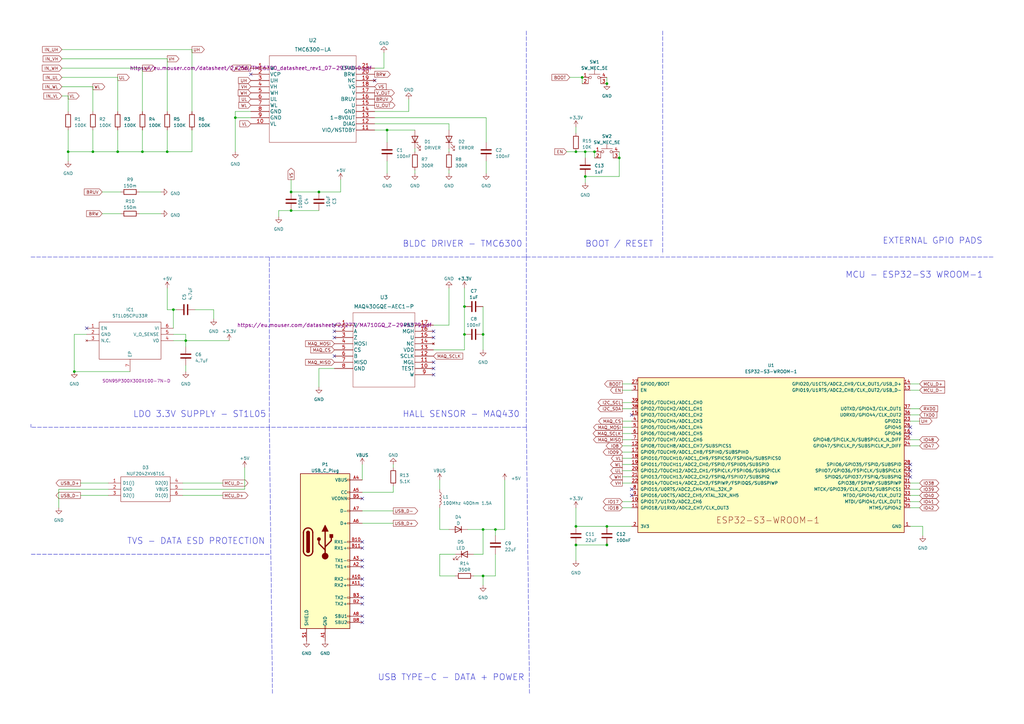
<source format=kicad_sch>
(kicad_sch (version 20230121) (generator eeschema)
  (paper "A3")
  (title_block (title "NanoFOC Dev Board Rev B") (rev "B") (company "Binaris"))
  (lib_symbols
    (symbol "2023-02-16_10-32-27:TMC6300-LA" (pin_names (offset 0.254))
      (property "Reference" "U" (at 25.4 10.16 0))
      (property "Value" "TMC6300-LA" (at 25.4 7.62 0))
      (symbol "TMC6300-LA_1_1"
        (pin unspecified line (at 0 0 0) (length 7.62) (name "W") (number "1"))
        (pin power_in line (at 0 -22.86 0) (length 7.62) (name "VL") (number "10"))
        (pin unspecified line (at 50.8 -25.4 180) (length 7.62) (name "VIO/NSTDBY") (number "11"))
        (pin unspecified line (at 50.8 -22.86 180) (length 7.62) (name "DIAG") (number "12"))
        (pin output line (at 50.8 -20.32 180) (length 7.62) (name "1-8VOUT") (number "13"))
        (pin power_in line (at 50.8 -17.78 180) (length 7.62) (name "GND") (number "14"))
        (pin unspecified line (at 50.8 -15.24 180) (length 7.62) (name "U") (number "15"))
        (pin unspecified line (at 50.8 -12.7 180) (length 7.62) (name "BRUV") (number "16"))
        (pin power_in line (at 50.8 -10.16 180) (length 7.62) (name "V") (number "17"))
        (pin power_in line (at 50.8 -7.62 180) (length 7.62) (name "VS") (number "18"))
        (pin no_connect line (at 50.8 -5.08 180) (length 7.62) (name "NC") (number "19"))
        (pin unspecified line (at 0 -2.54 0) (length 7.62) (name "VCP") (number "2"))
        (pin unspecified line (at 50.8 -2.54 180) (length 7.62) (name "BRW") (number "20"))
        (pin unspecified line (at 50.8 0 180) (length 7.62) (name "EPAD") (number "21"))
        (pin unspecified line (at 0 -5.08 0) (length 7.62) (name "UH") (number "3"))
        (pin unspecified line (at 0 -7.62 0) (length 7.62) (name "VH") (number "4"))
        (pin unspecified line (at 0 -10.16 0) (length 7.62) (name "WH") (number "5"))
        (pin unspecified line (at 0 -12.7 0) (length 7.62) (name "UL") (number "6"))
        (pin unspecified line (at 0 -15.24 0) (length 7.62) (name "WL") (number "7"))
        (pin power_in line (at 0 -17.78 0) (length 7.62) (name "GND") (number "8"))
        (pin power_in line (at 0 -20.32 0) (length 7.62) (name "GND") (number "9"))
      )
    )
    (symbol "2023-02-16_10-34-27:MAQ430GQE-AEC1-P" (pin_names (offset 0.254))
      (property "Reference" "U" (at 20.32 10.16 0))
      (property "Value" "MAQ430GQE-AEC1-P" (at 20.32 7.62 0))
      (symbol "MAQ430GQE-AEC1-P_1_1"
        (pin output line (at 0 0 0) (length 7.62) (name "V") (number "1"))
        (pin unspecified line (at 40.64 -17.78 180) (length 7.62) (name "TEST") (number "10"))
        (pin output line (at 40.64 -15.24 180) (length 7.62) (name "MGL") (number "11"))
        (pin unspecified line (at 40.64 -12.7 180) (length 7.62) (name "SCLK") (number "12"))
        (pin power_in line (at 40.64 -10.16 180) (length 7.62) (name "VDD") (number "13"))
        (pin no_connect line (at 40.64 -7.62 180) (length 7.62) (name "NC") (number "14"))
        (pin output line (at 40.64 -5.08 180) (length 7.62) (name "U") (number "15"))
        (pin output line (at 40.64 -2.54 180) (length 7.62) (name "MGH") (number "16"))
        (pin power_in line (at 40.64 0 180) (length 7.62) (name "PAD") (number "17"))
        (pin output line (at 0 -2.54 0) (length 7.62) (name "A") (number "2"))
        (pin output line (at 0 -5.08 0) (length 7.62) (name "Z") (number "3"))
        (pin input line (at 0 -7.62 0) (length 7.62) (name "MOSI") (number "4"))
        (pin unspecified line (at 0 -10.16 0) (length 7.62) (name "CS") (number "5"))
        (pin output line (at 0 -12.7 0) (length 7.62) (name "B") (number "6"))
        (pin output line (at 0 -15.24 0) (length 7.62) (name "MISO") (number "7"))
        (pin power_in line (at 0 -17.78 0) (length 7.62) (name "GND") (number "8"))
        (pin output line (at 40.64 -20.32 180) (length 7.62) (name "W") (number "9"))
      )
    )
    (symbol "Connector:USB_C_Plug" (pin_names (offset 1.016))
      (property "Reference" "P" (at -10.16 29.21 0))
      (property "Value" "USB_C_Plug" (at 10.16 29.21 0))
      (symbol "USB_C_Plug_1_1"
        (pin passive line (at 0 -40.64 90) (length 5.08) (name "GND") (number "A1"))
        (pin bidirectional line (at 15.24 -15.24 180) (length 5.08) (name "RX2-") (number "A10"))
        (pin bidirectional line (at 15.24 -17.78 180) (length 5.08) (name "RX2+") (number "A11"))
        (pin passive line (at 0 -40.64 90) (length 5.08) hide (name "GND") (number "A12"))
        (pin bidirectional line (at 15.24 -10.16 180) (length 5.08) (name "TX1+") (number "A2"))
        (pin bidirectional line (at 15.24 -7.62 180) (length 5.08) (name "TX1-") (number "A3"))
        (pin passive line (at 15.24 25.4 180) (length 5.08) (name "VBUS") (number "A4"))
        (pin bidirectional line (at 15.24 20.32 180) (length 5.08) (name "CC") (number "A5"))
        (pin bidirectional line (at 15.24 7.62 180) (length 5.08) (name "D+") (number "A6"))
        (pin bidirectional line (at 15.24 12.7 180) (length 5.08) (name "D-") (number "A7"))
        (pin bidirectional line (at 15.24 -30.48 180) (length 5.08) (name "SBU1") (number "A8"))
        (pin passive line (at 15.24 25.4 180) (length 5.08) hide (name "VBUS") (number "A9"))
        (pin passive line (at 0 -40.64 90) (length 5.08) hide (name "GND") (number "B1"))
        (pin bidirectional line (at 15.24 0 180) (length 5.08) (name "RX1-") (number "B10"))
        (pin bidirectional line (at 15.24 -2.54 180) (length 5.08) (name "RX1+") (number "B11"))
        (pin passive line (at 0 -40.64 90) (length 5.08) hide (name "GND") (number "B12"))
        (pin bidirectional line (at 15.24 -25.4 180) (length 5.08) (name "TX2+") (number "B2"))
        (pin bidirectional line (at 15.24 -22.86 180) (length 5.08) (name "TX2-") (number "B3"))
        (pin passive line (at 15.24 25.4 180) (length 5.08) hide (name "VBUS") (number "B4"))
        (pin bidirectional line (at 15.24 17.78 180) (length 5.08) (name "VCONN") (number "B5"))
        (pin bidirectional line (at 15.24 -33.02 180) (length 5.08) (name "SBU2") (number "B8"))
        (pin passive line (at 15.24 25.4 180) (length 5.08) hide (name "VBUS") (number "B9"))
        (pin passive line (at -7.62 -40.64 90) (length 5.08) (name "SHIELD") (number "S1"))
      )
    )
    (symbol "Device:C" (pin_numbers hide) (pin_names (offset 0.254))
      (property "Reference" "C" (at 0.635 2.54 0))
      (property "Value" "C" (at 0.635 -2.54 0))
      (symbol "C_1_1"
        (pin passive line (at 0 3.81 270) (length 2.794) (name "~") (number "1"))
        (pin passive line (at 0 -3.81 90) (length 2.794) (name "~") (number "2"))
      )
    )
    (symbol "Device:D" (pin_numbers hide) (pin_names (offset 1.016) hide)
      (property "Reference" "D" (at 0 2.54 0))
      (property "Value" "D" (at 0 -2.54 0))
      (symbol "D_1_1"
        (pin passive line (at -3.81 0 0) (length 2.54) (name "K") (number "1"))
        (pin passive line (at 3.81 0 180) (length 2.54) (name "A") (number "2"))
      )
    )
    (symbol "Device:L" (pin_numbers hide) (pin_names (offset 1.016) hide)
      (property "Reference" "L" (at -1.27 0 90))
      (property "Value" "L" (at 1.905 0 90))
      (symbol "L_1_1"
        (pin passive line (at 0 3.81 270) (length 1.27) (name "1") (number "1"))
        (pin passive line (at 0 -3.81 90) (length 1.27) (name "2") (number "2"))
      )
    )
    (symbol "Device:LED" (pin_numbers hide) (pin_names (offset 1.016) hide)
      (property "Reference" "D" (at 0 2.54 0))
      (property "Value" "LED" (at 0 -2.54 0))
      (symbol "LED_1_1"
        (pin passive line (at -3.81 0 0) (length 2.54) (name "K") (number "1"))
        (pin passive line (at 3.81 0 180) (length 2.54) (name "A") (number "2"))
      )
    )
    (symbol "Device:R" (pin_numbers hide) (pin_names (offset 0))
      (property "Reference" "R" (at 2.032 0 90))
      (property "Value" "R" (at 0 0 90))
      (symbol "R_1_1"
        (pin passive line (at 0 3.81 270) (length 1.27) (name "~") (number "1"))
        (pin passive line (at 0 -3.81 90) (length 1.27) (name "~") (number "2"))
      )
    )
    (symbol "Espressif:ESP32-S3-WROOM-1" (pin_names (offset 1.016))
      (property "Reference" "U" (at -53.34 38.1 0))
      (property "Value" "ESP32-S3-WROOM-1" (at -53.34 35.56 0))
      (symbol "ESP32-S3-WROOM-1_0_0"
        (text "ESP32-S3-WROOM-1" (at 0 -25.4 0) (effects (font (size 2.54 2.54))))
        (pin power_in line (at 58.42 -27.94 180) (length 2.54) (name "GND") (number "1"))
        (pin bidirectional line (at -55.88 -17.78 0) (length 2.54) (name "GPIO17/U1TXD/ADC2_CH6") (number "10"))
        (pin bidirectional line (at -55.88 -20.32 0) (length 2.54) (name "GPIO18/U1RXD/ADC2_CH7/CLK_OUT3") (number "11"))
        (pin bidirectional line (at -55.88 5.08 0) (length 2.54) (name "GPIO8/TOUCH8/ADC1_CH7/SUBSPICS1") (number "12"))
        (pin bidirectional line (at 58.42 27.94 180) (length 2.54) (name "GPIO19/U1RTS/ADC2_CH8/CLK_OUT2/USB_D-") (number "13"))
        (pin bidirectional line (at 58.42 30.48 180) (length 2.54) (name "GPIO20/U1CTS/ADC2_CH9/CLK_OUT1/USB_D+") (number "14"))
        (pin bidirectional line (at -55.88 17.78 0) (length 2.54) (name "GPIO3/TOUCH3/ADC1_CH2") (number "15"))
        (pin bidirectional line (at 58.42 10.16 180) (length 2.54) (name "GPIO46") (number "16"))
        (pin bidirectional line (at -55.88 2.54 0) (length 2.54) (name "GPIO9/TOUCH9/ADC1_CH8/FSPIHD/SUBSPIHD") (number "17"))
        (pin bidirectional line (at -55.88 0 0) (length 2.54) (name "GPIO10/TOUCH10/ADC1_CH9/FSPICS0/FSPIIO4/SUBSPICS0") (number "18"))
        (pin bidirectional line (at -55.88 -2.54 0) (length 2.54) (name "GPIO11/TOUCH11/ADC2_CH0/FSPID/FSPIIO5/SUBSPID") (number "19"))
        (pin power_in line (at -55.88 -27.94 0) (length 2.54) (name "3V3") (number "2"))
        (pin bidirectional line (at -55.88 -5.08 0) (length 2.54) (name "GPIO12/TOUCH12/ADC2_CH1/FSPICLK/FSPIIO6/SUBSPICLK") (number "20"))
        (pin bidirectional line (at -55.88 -7.62 0) (length 2.54) (name "GPIO13/TOUCH13/ADC2_CH2/FSPIQ/FSPIIO7/SUBSPIQ") (number "21"))
        (pin bidirectional line (at -55.88 -10.16 0) (length 2.54) (name "GPIO14/TOUCH14/ADC2_CH3/FSPIWP/FSPIDQS/SUBSPIWP") (number "22"))
        (pin bidirectional line (at 58.42 15.24 180) (length 2.54) (name "GPIO21") (number "23"))
        (pin bidirectional line (at 58.42 5.08 180) (length 2.54) (name "GPIO47/SPICLK_P/SUBSPICLK_P_DIFF") (number "24"))
        (pin bidirectional line (at 58.42 7.62 180) (length 2.54) (name "GPIO48/SPICLK_N/SUBSPICLK_N_DIFF") (number "25"))
        (pin bidirectional line (at 58.42 12.7 180) (length 2.54) (name "GPIO45") (number "26"))
        (pin bidirectional line (at -55.88 30.48 0) (length 2.54) (name "GPIO0/BOOT") (number "27"))
        (pin bidirectional line (at 58.42 -2.54 180) (length 2.54) (name "SPIIO6/GPIO35/FSPID/SUBSPID") (number "28"))
        (pin bidirectional line (at 58.42 -5.08 180) (length 2.54) (name "SPIIO7/GPIO36/FSPICLK/SUBSPICLK") (number "29"))
        (pin input line (at -55.88 27.94 0) (length 2.54) (name "EN") (number "3"))
        (pin bidirectional line (at 58.42 -7.62 180) (length 2.54) (name "SPIDQS/GPIO37/FSPIQ/SUBSPIQ") (number "30"))
        (pin bidirectional line (at 58.42 -10.16 180) (length 2.54) (name "GPIO38/FSPIWP/SUBSPIWP") (number "31"))
        (pin bidirectional line (at 58.42 -12.7 180) (length 2.54) (name "MTCK/GPIO39/CLK_OUT3/SUBSPICS1") (number "32"))
        (pin bidirectional line (at 58.42 -15.24 180) (length 2.54) (name "MTDO/GPIO40/CLK_OUT2") (number "33"))
        (pin bidirectional line (at 58.42 -17.78 180) (length 2.54) (name "MTDI/GPIO41/CLK_OUT1") (number "34"))
        (pin bidirectional line (at 58.42 -20.32 180) (length 2.54) (name "MTMS/GPIO42") (number "35"))
        (pin bidirectional line (at 58.42 17.78 180) (length 2.54) (name "U0RXD/GPIO44/CLK_OUT2") (number "36"))
        (pin bidirectional line (at 58.42 20.32 180) (length 2.54) (name "U0TXD/GPIO43/CLK_OUT1") (number "37"))
        (pin bidirectional line (at -55.88 20.32 0) (length 2.54) (name "GPIO2/TOUCH2/ADC1_CH1") (number "38"))
        (pin bidirectional line (at -55.88 22.86 0) (length 2.54) (name "GPIO1/TOUCH1/ADC1_CH0") (number "39"))
        (pin bidirectional line (at -55.88 15.24 0) (length 2.54) (name "GPIO4/TOUCH4/ADC1_CH3") (number "4"))
        (pin passive line (at 58.42 -27.94 180) (length 2.54) hide (name "GND") (number "40"))
        (pin passive line (at 58.42 -27.94 180) (length 2.54) hide (name "GND") (number "41"))
        (pin bidirectional line (at -55.88 12.7 0) (length 2.54) (name "GPIO5/TOUCH5/ADC1_CH4") (number "5"))
        (pin bidirectional line (at -55.88 10.16 0) (length 2.54) (name "GPIO6/TOUCH6/ADC1_CH5") (number "6"))
        (pin bidirectional line (at -55.88 7.62 0) (length 2.54) (name "GPIO7/TOUCH7/ADC1_CH6") (number "7"))
        (pin bidirectional line (at -55.88 -12.7 0) (length 2.54) (name "GPIO15/U0RTS/ADC2_CH4/XTAL_32K_P") (number "8"))
        (pin bidirectional line (at -55.88 -15.24 0) (length 2.54) (name "GPIO16/U0CTS/ADC2_CH5/XTAL_32K_NH5") (number "9"))
      )
    )
    (symbol "NUF2042XV6T1G:NUF2042XV6T1G" (pin_names (offset 0.762))
      (property "Reference" "D" (at 26.67 7.62 0))
      (property "Value" "NUF2042XV6T1G" (at 26.67 5.08 0))
      (symbol "NUF2042XV6T1G_0_0"
        (pin passive line (at 0 0 0) (length 5.08) (name "D1(I)") (number "1"))
        (pin passive line (at 0 -2.54 0) (length 5.08) (name "GND") (number "2"))
        (pin passive line (at 0 -5.08 0) (length 5.08) (name "D2(I)") (number "3"))
        (pin passive line (at 30.48 0 180) (length 5.08) (name "D2(0)") (number "4"))
        (pin passive line (at 30.48 -2.54 180) (length 5.08) (name "VBUS") (number "5"))
        (pin passive line (at 30.48 -5.08 180) (length 5.08) (name "D1(0)") (number "6"))
      )
    )
    (symbol "ST1L05CPU33R:ST1L05CPU33R" (pin_names (offset 0.762))
      (property "Reference" "IC" (at 31.75 7.62 0))
      (property "Value" "ST1L05CPU33R" (at 31.75 5.08 0))
      (symbol "ST1L05CPU33R_0_0"
        (pin passive line (at 0 0 0) (length 5.08) (name "EN") (number "1"))
        (pin passive line (at 0 -2.54 0) (length 5.08) (name "GND") (number "2"))
        (pin no_connect line (at 0 -5.08 0) (length 5.08) (name "N.C.") (number "3"))
        (pin passive line (at 35.56 -5.08 180) (length 5.08) (name "VO") (number "4"))
        (pin passive line (at 35.56 -2.54 180) (length 5.08) (name "V_O_SENSE") (number "5"))
        (pin passive line (at 35.56 0 180) (length 5.08) (name "VI") (number "6"))
        (pin passive line (at 17.78 -17.78 90) (length 5.08) (name "EP") (number "7"))
      )
    )
    (symbol "Switch:SW_MEC_5E" (pin_names (offset 1.016) hide)
      (property "Reference" "SW" (at 0.635 5.715 0))
      (property "Value" "SW_MEC_5E" (at 0 -3.175 0))
      (symbol "SW_MEC_5E_0_1"
        (pin passive line (at -5.08 2.54 0) (length 2.54) (name "1") (number "1"))
        (pin passive line (at -5.08 0 0) (length 2.54) (name "2") (number "2"))
        (pin passive line (at 5.08 0 180) (length 2.54) (name "K") (number "3"))
        (pin passive line (at 5.08 2.54 180) (length 2.54) (name "A") (number "4"))
      )
    )
    (symbol "power:+3.3V" (power) (pin_names (offset 0))
      (property "Value" "+3.3V" (at 0 3.556 0))
      (symbol "+3.3V_1_1"
        (pin power_in line (at 0 0 90) (length 0) hide (name "+3.3V") (number "1"))
      )
    )
    (symbol "power:+5V" (power) (pin_names (offset 0))
      (property "Value" "+5V" (at 0 3.556 0))
      (symbol "+5V_1_1"
        (pin power_in line (at 0 0 90) (length 0) hide (name "+5V") (number "1"))
      )
    )
    (symbol "power:GND" (power) (pin_names (offset 0))
      (property "Value" "GND" (at 0 -3.81 0))
      (symbol "GND_1_1"
        (pin power_in line (at 0 0 270) (length 0) hide (name "GND") (number "1"))
      )
    )
    (symbol "power:VBUS" (power) (pin_names (offset 0))
      (property "Value" "VBUS" (at 0 3.81 0))
      (symbol "VBUS_1_1"
        (pin power_in line (at 0 0 90) (length 0) hide (name "VBUS") (number "1"))
      )
    )
  )
  (junction (at 248.92 34.29))
  (junction (at 48.26 62.23))
  (junction (at 58.42 62.23))
  (junction (at 254 64.77))
  (junction (at 119.38 78.74))
  (junction (at 71.12 127))
  (junction (at 243.84 62.23))
  (junction (at 238.76 31.75))
  (junction (at 240.03 72.39))
  (junction (at 30.48 152.4))
  (junction (at 236.22 215.9))
  (junction (at 190.5 125.73))
  (junction (at 248.92 223.52))
  (junction (at 236.22 62.23))
  (junction (at 158.75 53.34))
  (junction (at 236.22 223.52))
  (junction (at 248.92 215.9))
  (junction (at 27.94 62.23))
  (junction (at 190.5 137.16))
  (junction (at 198.12 217.17))
  (junction (at 198.12 137.16))
  (junction (at 119.38 86.36))
  (junction (at 198.12 236.22))
  (junction (at 130.81 78.74))
  (junction (at 76.2 139.7))
  (junction (at 203.2 217.17))
  (junction (at 240.03 62.23))
  (junction (at 96.52 48.26))
  (junction (at 38.1 62.23))
  (junction (at 68.58 62.23))
  (no_connect (at 148.59 237.49))
  (no_connect (at 177.8 153.67))
  (no_connect (at 153.67 33.02))
  (no_connect (at 373.38 177.8))
  (no_connect (at 148.59 222.25))
  (no_connect (at 177.8 148.59))
  (no_connect (at 177.8 151.13))
  (no_connect (at 177.8 138.43))
  (no_connect (at 137.16 146.05))
  (no_connect (at 148.59 247.65))
  (no_connect (at 137.16 133.35))
  (no_connect (at 148.59 229.87))
  (no_connect (at 148.59 204.47))
  (no_connect (at 373.38 193.04))
  (no_connect (at 148.59 252.73))
  (no_connect (at 148.59 224.79))
  (no_connect (at 148.59 240.03))
  (no_connect (at 373.38 190.5))
  (no_connect (at 259.08 200.66))
  (no_connect (at 148.59 232.41))
  (no_connect (at 259.08 170.18))
  (no_connect (at 148.59 245.11))
  (no_connect (at 259.08 203.2))
  (no_connect (at 373.38 175.26))
  (no_connect (at 177.8 135.89))
  (no_connect (at 35.56 134.62))
  (no_connect (at 102.87 30.48))
  (no_connect (at 137.16 135.89))
  (no_connect (at 373.38 195.58))
  (no_connect (at 137.16 138.43))
  (no_connect (at 148.59 255.27))
  (polyline (pts (xy 215.9 175.26) (xy 217.17 284.48)) (stroke (width 0) (type dash)))
  (wire (pts (xy 30.48 152.4) (xy 30.48 137.16)))
  (wire (pts (xy 377.19 160.02) (xy 373.38 160.02)))
  (wire (pts (xy 161.29 190.5) (xy 161.29 191.77)))
  (wire (pts (xy 71.12 127) (xy 71.12 134.62)))
  (polyline (pts (xy 215.9 12.7) (xy 215.9 105.41)) (stroke (width 0) (type dash)))
  (wire (pts (xy 68.58 127) (xy 71.12 127)))
  (wire (pts (xy 57.15 78.74) (xy 66.04 78.74)))
  (wire (pts (xy 158.75 71.12) (xy 158.75 66.04)))
  (wire (pts (xy 76.2 137.16) (xy 76.2 139.7)))
  (wire (pts (xy 130.81 158.75) (xy 130.81 151.13)))
  (wire (pts (xy 100.33 191.77) (xy 100.33 200.66)))
  (wire (pts (xy 161.29 209.55) (xy 148.59 209.55)))
  (wire (pts (xy 74.93 203.2) (xy 91.44 203.2)))
  (wire (pts (xy 198.12 217.17) (xy 203.2 217.17)))
  (wire (pts (xy 58.42 27.94) (xy 58.42 45.72)))
  (wire (pts (xy 378.46 219.71) (xy 378.46 215.9)))
  (wire (pts (xy 255.27 208.28) (xy 259.08 208.28)))
  (wire (pts (xy 198.12 240.03) (xy 198.12 236.22)))
  (wire (pts (xy 25.4 27.94) (xy 58.42 27.94)))
  (wire (pts (xy 255.27 157.48) (xy 259.08 157.48)))
  (wire (pts (xy 243.84 62.23) (xy 243.84 64.77)))
  (wire (pts (xy 377.19 172.72) (xy 373.38 172.72)))
  (wire (pts (xy 48.26 62.23) (xy 58.42 62.23)))
  (wire (pts (xy 198.12 137.16) (xy 198.12 143.51)))
  (wire (pts (xy 158.75 58.42) (xy 158.75 53.34)))
  (wire (pts (xy 184.15 50.8) (xy 184.15 53.34)))
  (wire (pts (xy 190.5 118.11) (xy 190.5 125.73)))
  (wire (pts (xy 96.52 48.26) (xy 102.87 48.26)))
  (wire (pts (xy 184.15 217.17) (xy 180.34 217.17)))
  (wire (pts (xy 58.42 53.34) (xy 58.42 62.23)))
  (wire (pts (xy 78.74 53.34) (xy 78.74 62.23)))
  (wire (pts (xy 68.58 24.13) (xy 68.58 45.72)))
  (wire (pts (xy 102.87 45.72) (xy 96.52 45.72)))
  (wire (pts (xy 25.4 31.75) (xy 48.26 31.75)))
  (wire (pts (xy 74.93 198.12) (xy 91.44 198.12)))
  (wire (pts (xy 27.94 66.04) (xy 27.94 62.23)))
  (wire (pts (xy 255.27 195.58) (xy 259.08 195.58)))
  (wire (pts (xy 139.7 73.66) (xy 139.7 78.74)))
  (wire (pts (xy 38.1 35.56) (xy 38.1 45.72)))
  (wire (pts (xy 170.18 71.12) (xy 170.18 69.85)))
  (wire (pts (xy 48.26 53.34) (xy 48.26 62.23)))
  (wire (pts (xy 24.13 208.28) (xy 24.13 200.66)))
  (wire (pts (xy 71.12 137.16) (xy 76.2 137.16)))
  (wire (pts (xy 255.27 160.02) (xy 259.08 160.02)))
  (wire (pts (xy 377.19 200.66) (xy 373.38 200.66)))
  (wire (pts (xy 254 62.23) (xy 254 64.77)))
  (wire (pts (xy 190.5 137.16) (xy 190.5 125.73)))
  (polyline (pts (xy 110.49 227.33) (xy 12.7 227.33)) (stroke (width 0) (type dash)))
  (wire (pts (xy 233.68 31.75) (xy 238.76 31.75)))
  (wire (pts (xy 198.12 217.17) (xy 191.77 217.17)))
  (wire (pts (xy 58.42 62.23) (xy 68.58 62.23)))
  (wire (pts (xy 199.39 48.26) (xy 199.39 58.42)))
  (wire (pts (xy 255.27 205.74) (xy 259.08 205.74)))
  (wire (pts (xy 255.27 190.5) (xy 259.08 190.5)))
  (wire (pts (xy 238.76 31.75) (xy 238.76 34.29)))
  (wire (pts (xy 255.27 165.1) (xy 259.08 165.1)))
  (wire (pts (xy 240.03 64.77) (xy 240.03 62.23)))
  (wire (pts (xy 194.31 227.33) (xy 198.12 227.33)))
  (wire (pts (xy 114.3 88.9) (xy 114.3 86.36)))
  (wire (pts (xy 148.59 190.5) (xy 148.59 196.85)))
  (wire (pts (xy 255.27 198.12) (xy 259.08 198.12)))
  (wire (pts (xy 25.4 35.56) (xy 38.1 35.56)))
  (wire (pts (xy 198.12 236.22) (xy 194.31 236.22)))
  (wire (pts (xy 87.63 130.81) (xy 87.63 127)))
  (wire (pts (xy 130.81 151.13) (xy 137.16 151.13)))
  (wire (pts (xy 255.27 175.26) (xy 259.08 175.26)))
  (wire (pts (xy 167.64 45.72) (xy 153.67 45.72)))
  (polyline (pts (xy 215.9 105.41) (xy 407.67 105.41)) (stroke (width 0) (type dash)))
  (wire (pts (xy 27.94 62.23) (xy 38.1 62.23)))
  (wire (pts (xy 161.29 214.63) (xy 148.59 214.63)))
  (wire (pts (xy 44.45 203.2) (xy 33.02 203.2)))
  (wire (pts (xy 180.34 236.22) (xy 186.69 236.22)))
  (wire (pts (xy 259.08 215.9) (xy 248.92 215.9)))
  (wire (pts (xy 255.27 185.42) (xy 259.08 185.42)))
  (wire (pts (xy 96.52 45.72) (xy 96.52 48.26)))
  (wire (pts (xy 25.4 20.32) (xy 78.74 20.32)))
  (polyline (pts (xy 110.49 105.41) (xy 110.49 175.26)) (stroke (width 0) (type dash)))
  (wire (pts (xy 255.27 172.72) (xy 259.08 172.72)))
  (wire (pts (xy 248.92 222.25) (xy 248.92 223.52)))
  (wire (pts (xy 27.94 53.34) (xy 27.94 62.23)))
  (wire (pts (xy 44.45 198.12) (xy 33.02 198.12)))
  (wire (pts (xy 377.19 198.12) (xy 373.38 198.12)))
  (wire (pts (xy 203.2 219.71) (xy 203.2 217.17)))
  (wire (pts (xy 68.58 53.34) (xy 68.58 62.23)))
  (wire (pts (xy 180.34 227.33) (xy 186.69 227.33)))
  (wire (pts (xy 184.15 71.12) (xy 184.15 69.85)))
  (wire (pts (xy 184.15 62.23) (xy 184.15 60.96)))
  (wire (pts (xy 248.92 223.52) (xy 236.22 223.52)))
  (polyline (pts (xy 215.9 175.26) (xy 12.7 175.26)) (stroke (width 0) (type dash)))
  (polyline (pts (xy 215.9 105.41) (xy 215.9 175.26)) (stroke (width 0) (type dash)))
  (wire (pts (xy 255.27 187.96) (xy 259.08 187.96)))
  (wire (pts (xy 30.48 152.4) (xy 53.34 152.4)))
  (wire (pts (xy 38.1 62.23) (xy 48.26 62.23)))
  (wire (pts (xy 78.74 20.32) (xy 78.74 45.72)))
  (wire (pts (xy 153.67 48.26) (xy 199.39 48.26)))
  (wire (pts (xy 57.15 87.63) (xy 66.04 87.63)))
  (polyline (pts (xy 12.7 105.41) (xy 215.9 105.41)) (stroke (width 0) (type dash)))
  (wire (pts (xy 203.2 227.33) (xy 203.2 236.22)))
  (wire (pts (xy 199.39 71.12) (xy 199.39 66.04)))
  (wire (pts (xy 41.91 78.74) (xy 49.53 78.74)))
  (wire (pts (xy 248.92 31.75) (xy 248.92 34.29)))
  (wire (pts (xy 130.81 78.74) (xy 119.38 78.74)))
  (wire (pts (xy 377.19 170.18) (xy 373.38 170.18)))
  (wire (pts (xy 240.03 62.23) (xy 243.84 62.23)))
  (wire (pts (xy 377.19 167.64) (xy 373.38 167.64)))
  (wire (pts (xy 76.2 139.7) (xy 76.2 142.24)))
  (wire (pts (xy 177.8 143.51) (xy 190.5 143.51)))
  (polyline (pts (xy 110.49 175.26) (xy 111.76 284.48)) (stroke (width 0) (type dash)))
  (wire (pts (xy 27.94 39.37) (xy 27.94 45.72)))
  (wire (pts (xy 377.19 203.2) (xy 373.38 203.2)))
  (wire (pts (xy 236.22 62.23) (xy 240.03 62.23)))
  (wire (pts (xy 44.45 200.66) (xy 24.13 200.66)))
  (wire (pts (xy 377.19 180.34) (xy 373.38 180.34)))
  (wire (pts (xy 41.91 87.63) (xy 49.53 87.63)))
  (wire (pts (xy 378.46 215.9) (xy 373.38 215.9)))
  (wire (pts (xy 377.19 157.48) (xy 373.38 157.48)))
  (wire (pts (xy 248.92 215.9) (xy 236.22 215.9)))
  (wire (pts (xy 255.27 193.04) (xy 259.08 193.04)))
  (wire (pts (xy 198.12 236.22) (xy 203.2 236.22)))
  (wire (pts (xy 157.48 21.59) (xy 157.48 27.94)))
  (wire (pts (xy 377.19 208.28) (xy 373.38 208.28)))
  (wire (pts (xy 180.34 217.17) (xy 180.34 208.28)))
  (wire (pts (xy 180.34 196.85) (xy 180.34 200.66)))
  (wire (pts (xy 161.29 199.39) (xy 161.29 201.93)))
  (wire (pts (xy 198.12 217.17) (xy 198.12 227.33)))
  (wire (pts (xy 207.01 217.17) (xy 207.01 196.85)))
  (wire (pts (xy 180.34 227.33) (xy 180.34 236.22)))
  (wire (pts (xy 198.12 125.73) (xy 198.12 137.16)))
  (wire (pts (xy 255.27 167.64) (xy 259.08 167.64)))
  (wire (pts (xy 25.4 24.13) (xy 68.58 24.13)))
  (wire (pts (xy 153.67 50.8) (xy 184.15 50.8)))
  (wire (pts (xy 184.15 133.35) (xy 177.8 133.35)))
  (wire (pts (xy 157.48 27.94) (xy 153.67 27.94)))
  (wire (pts (xy 236.22 223.52) (xy 236.22 229.87)))
  (wire (pts (xy 240.03 74.93) (xy 240.03 72.39)))
  (wire (pts (xy 167.64 40.64) (xy 167.64 45.72)))
  (wire (pts (xy 68.58 118.11) (xy 68.58 127)))
  (wire (pts (xy 254 64.77) (xy 254 72.39)))
  (polyline (pts (xy 12.7 173.99) (xy 12.7 175.26)))
  (wire (pts (xy 190.5 143.51) (xy 190.5 137.16)))
  (wire (pts (xy 130.81 86.36) (xy 119.38 86.36)))
  (wire (pts (xy 76.2 139.7) (xy 93.98 139.7)))
  (wire (pts (xy 184.15 118.11) (xy 184.15 133.35)))
  (wire (pts (xy 38.1 53.34) (xy 38.1 62.23)))
  (wire (pts (xy 240.03 72.39) (xy 254 72.39)))
  (wire (pts (xy 119.38 73.66) (xy 119.38 78.74)))
  (polyline (pts (xy 271.78 12.7) (xy 271.78 104.14)) (stroke (width 0) (type dash)))
  (wire (pts (xy 207.01 217.17) (xy 203.2 217.17)))
  (wire (pts (xy 48.26 31.75) (xy 48.26 45.72)))
  (wire (pts (xy 377.19 182.88) (xy 373.38 182.88)))
  (wire (pts (xy 255.27 177.8) (xy 259.08 177.8)))
  (wire (pts (xy 87.63 127) (xy 80.01 127)))
  (wire (pts (xy 232.41 62.23) (xy 236.22 62.23)))
  (wire (pts (xy 25.4 39.37) (xy 27.94 39.37)))
  (wire (pts (xy 71.12 139.7) (xy 76.2 139.7)))
  (wire (pts (xy 153.67 53.34) (xy 158.75 53.34)))
  (wire (pts (xy 74.93 200.66) (xy 100.33 200.66)))
  (wire (pts (xy 158.75 53.34) (xy 170.18 53.34)))
  (wire (pts (xy 71.12 127) (xy 72.39 127)))
  (wire (pts (xy 377.19 205.74) (xy 373.38 205.74)))
  (wire (pts (xy 30.48 137.16) (xy 35.56 137.16)))
  (wire (pts (xy 236.22 52.07) (xy 236.22 54.61)))
  (wire (pts (xy 114.3 86.36) (xy 119.38 86.36)))
  (wire (pts (xy 170.18 62.23) (xy 170.18 60.96)))
  (wire (pts (xy 255.27 180.34) (xy 259.08 180.34)))
  (wire (pts (xy 76.2 152.4) (xy 76.2 149.86)))
  (wire (pts (xy 255.27 182.88) (xy 259.08 182.88)))
  (wire (pts (xy 96.52 48.26) (xy 96.52 62.23)))
  (wire (pts (xy 236.22 215.9) (xy 236.22 208.28)))
  (wire (pts (xy 161.29 201.93) (xy 148.59 201.93)))
  (wire (pts (xy 78.74 62.23) (xy 68.58 62.23)))
  (wire (pts (xy 139.7 78.74) (xy 130.81 78.74)))
  (text "BOOT / RESET" (at 240.03 101.6 0) (effects (font (size 2.54 2.54)) (justify left bottom)))
  (text "MCU - ESP32-S3 WROOM-1" (at 346.71 114.3 0) (effects (font (size 2.54 2.54)) (justify left bottom)))
  (text "USB TYPE-C - DATA + POWER" (at 154.94 279.4 0) (effects (font (size 2.54 2.54)) (justify left bottom)))
  (text "HALL SENSOR - MAQ430" (at 165.1 171.45 0) (effects (font (size 2.54 2.54)) (justify left bottom)))
  (text "TVS - DATA ESD PROTECTION \n" (at 52.07 223.52 0) (effects (font (size 2.54 2.54)) (justify left bottom)))
  (text "BLDC DRIVER - TMC6300" (at 165.1 101.6 0) (effects (font (size 2.54 2.54)) (justify left bottom)))
  (text "EXTERNAL GPIO PADS\n" (at 361.95 100.33 0) (effects (font (size 2.54 2.54)) (justify left bottom)))
  (text "LDO 3.3V SUPPLY - ST1L05" (at 54.61 171.45 0) (effects (font (size 2.54 2.54)) (justify left bottom)))
  (global_label "MCU_D-" (shape input) (at 377.19 160.02 0) (property "Intersheetrefs" "${INTERSHEET_REFS}" (effects hide)))
  (global_label "IO41" (shape bidirectional) (at 377.19 205.74 0) (property "Intersheetrefs" "${INTERSHEET_REFS}" (effects hide)))
  (global_label "IO8" (shape bidirectional) (at 255.27 182.88 180) (property "Intersheetrefs" "${INTERSHEET_REFS}" (effects hide)))
  (global_label "BRW" (shape output) (at 153.67 30.48 0) (property "Intersheetrefs" "${INTERSHEET_REFS}" (effects hide)))
  (global_label "IN_WL" (shape input) (at 25.4 35.56 180) (property "Intersheetrefs" "${INTERSHEET_REFS}" (effects hide)))
  (global_label "IN_VL" (shape input) (at 25.4 39.37 180) (property "Intersheetrefs" "${INTERSHEET_REFS}" (effects hide)))
  (global_label "USB_D+" (shape output) (at 33.02 198.12 180) (property "Intersheetrefs" "${INTERSHEET_REFS}" (effects hide)))
  (global_label "BRUV" (shape output) (at 153.67 40.64 0) (property "Intersheetrefs" "${INTERSHEET_REFS}" (effects hide)))
  (global_label "IO09" (shape bidirectional) (at 255.27 185.42 180) (property "Intersheetrefs" "${INTERSHEET_REFS}" (effects hide)))
  (global_label "IO42" (shape bidirectional) (at 377.19 208.28 0) (property "Intersheetrefs" "${INTERSHEET_REFS}" (effects hide)))
  (global_label "VH" (shape output) (at 255.27 198.12 180) (property "Intersheetrefs" "${INTERSHEET_REFS}" (effects hide)))
  (global_label "IO40" (shape bidirectional) (at 377.19 203.2 0) (property "Intersheetrefs" "${INTERSHEET_REFS}" (effects hide)))
  (global_label "MCU_D-" (shape output) (at 91.44 198.12 0) (property "Intersheetrefs" "${INTERSHEET_REFS}" (effects hide)))
  (global_label "VL" (shape output) (at 255.27 187.96 180) (property "Intersheetrefs" "${INTERSHEET_REFS}" (effects hide)))
  (global_label "WL" (shape output) (at 38.1 35.56 0) (property "Intersheetrefs" "${INTERSHEET_REFS}" (effects hide)))
  (global_label "USB_D-" (shape output) (at 33.02 203.2 180) (property "Intersheetrefs" "${INTERSHEET_REFS}" (effects hide)))
  (global_label "USB_D-" (shape output) (at 161.29 209.55 0) (property "Intersheetrefs" "${INTERSHEET_REFS}" (effects hide)))
  (global_label "I2C_SCL" (shape output) (at 255.27 165.1 180) (property "Intersheetrefs" "${INTERSHEET_REFS}" (effects hide)))
  (global_label "UH" (shape output) (at 377.19 172.72 0) (property "Intersheetrefs" "${INTERSHEET_REFS}" (effects hide)))
  (global_label "U_OUT" (shape output) (at 153.67 43.18 0) (property "Intersheetrefs" "${INTERSHEET_REFS}" (effects hide)))
  (global_label "VH" (shape output) (at 68.58 24.13 0) (property "Intersheetrefs" "${INTERSHEET_REFS}" (effects hide)))
  (global_label "WL" (shape input) (at 102.87 43.18 180) (property "Intersheetrefs" "${INTERSHEET_REFS}" (effects hide)))
  (global_label "UL" (shape output) (at 255.27 193.04 180) (property "Intersheetrefs" "${INTERSHEET_REFS}" (effects hide)))
  (global_label "UH" (shape input) (at 102.87 33.02 180) (property "Intersheetrefs" "${INTERSHEET_REFS}" (effects hide)))
  (global_label "MCU_D+" (shape output) (at 91.44 203.2 0) (property "Intersheetrefs" "${INTERSHEET_REFS}" (effects hide)))
  (global_label "USB_D+" (shape output) (at 161.29 214.63 0) (property "Intersheetrefs" "${INTERSHEET_REFS}" (effects hide)))
  (global_label "TXD0" (shape input) (at 377.19 170.18 0) (property "Intersheetrefs" "${INTERSHEET_REFS}" (effects hide)))
  (global_label "MAQ_SCLK" (shape output) (at 255.27 177.8 180) (property "Intersheetrefs" "${INTERSHEET_REFS}" (effects hide)))
  (global_label "V_OUT" (shape output) (at 153.67 38.1 0) (property "Intersheetrefs" "${INTERSHEET_REFS}" (effects hide)))
  (global_label "UL" (shape output) (at 48.26 31.75 0) (property "Intersheetrefs" "${INTERSHEET_REFS}" (effects hide)))
  (global_label "MAQ_MISO" (shape output) (at 255.27 180.34 180) (property "Intersheetrefs" "${INTERSHEET_REFS}" (effects hide)))
  (global_label "W_OUT" (shape output) (at 102.87 27.94 180) (property "Intersheetrefs" "${INTERSHEET_REFS}" (effects hide)))
  (global_label "IO39" (shape bidirectional) (at 377.19 200.66 0) (property "Intersheetrefs" "${INTERSHEET_REFS}" (effects hide)))
  (global_label "MAQ_SCLK" (shape input) (at 177.8 146.05 0) (property "Intersheetrefs" "${INTERSHEET_REFS}" (effects hide)))
  (global_label "RXD0" (shape input) (at 377.19 167.64 0) (property "Intersheetrefs" "${INTERSHEET_REFS}" (effects hide)))
  (global_label "IN_VH" (shape input) (at 25.4 24.13 180) (property "Intersheetrefs" "${INTERSHEET_REFS}" (effects hide)))
  (global_label "UL" (shape input) (at 102.87 40.64 180) (property "Intersheetrefs" "${INTERSHEET_REFS}" (effects hide)))
  (global_label "IO38" (shape bidirectional) (at 377.19 198.12 0) (property "Intersheetrefs" "${INTERSHEET_REFS}" (effects hide)))
  (global_label "BOOT" (shape output) (at 255.27 157.48 180) (property "Intersheetrefs" "${INTERSHEET_REFS}" (effects hide)))
  (global_label "MAQ_CS" (shape output) (at 255.27 172.72 180) (property "Intersheetrefs" "${INTERSHEET_REFS}" (effects hide)))
  (global_label "I2C_SDA" (shape output) (at 255.27 167.64 180) (property "Intersheetrefs" "${INTERSHEET_REFS}" (effects hide)))
  (global_label "EN" (shape output) (at 255.27 160.02 180) (property "Intersheetrefs" "${INTERSHEET_REFS}" (effects hide)))
  (global_label "MAQ_MOSI" (shape input) (at 137.16 140.97 180) (property "Intersheetrefs" "${INTERSHEET_REFS}" (effects hide)))
  (global_label "VS" (shape output) (at 119.38 73.66 90) (property "Intersheetrefs" "${INTERSHEET_REFS}" (effects hide)))
  (global_label "IO18" (shape bidirectional) (at 255.27 208.28 180) (property "Intersheetrefs" "${INTERSHEET_REFS}" (effects hide)))
  (global_label "IN_WH" (shape input) (at 25.4 27.94 180) (property "Intersheetrefs" "${INTERSHEET_REFS}" (effects hide)))
  (global_label "MAQ_MOSI" (shape output) (at 255.27 175.26 180) (property "Intersheetrefs" "${INTERSHEET_REFS}" (effects hide)))
  (global_label "WH" (shape output) (at 255.27 195.58 180) (property "Intersheetrefs" "${INTERSHEET_REFS}" (effects hide)))
  (global_label "MAQ_MISO" (shape input) (at 137.16 148.59 180) (property "Intersheetrefs" "${INTERSHEET_REFS}" (effects hide)))
  (global_label "VH" (shape input) (at 102.87 35.56 180) (property "Intersheetrefs" "${INTERSHEET_REFS}" (effects hide)))
  (global_label "WH" (shape output) (at 58.42 27.94 0) (property "Intersheetrefs" "${INTERSHEET_REFS}" (effects hide)))
  (global_label "MCU_D+" (shape input) (at 377.19 157.48 0) (property "Intersheetrefs" "${INTERSHEET_REFS}" (effects hide)))
  (global_label "BOOT" (shape input) (at 233.68 31.75 180) (property "Intersheetrefs" "${INTERSHEET_REFS}" (effects hide)))
  (global_label "IO17" (shape bidirectional) (at 255.27 205.74 180) (property "Intersheetrefs" "${INTERSHEET_REFS}" (effects hide)))
  (global_label "IO47" (shape bidirectional) (at 377.19 182.88 0) (property "Intersheetrefs" "${INTERSHEET_REFS}" (effects hide)))
  (global_label "IO48" (shape bidirectional) (at 377.19 180.34 0) (property "Intersheetrefs" "${INTERSHEET_REFS}" (effects hide)))
  (global_label "WH" (shape input) (at 102.87 38.1 180) (property "Intersheetrefs" "${INTERSHEET_REFS}" (effects hide)))
  (global_label "VS" (shape input) (at 153.67 35.56 0) (property "Intersheetrefs" "${INTERSHEET_REFS}" (effects hide)))
  (global_label "UH" (shape output) (at 78.74 20.32 0) (property "Intersheetrefs" "${INTERSHEET_REFS}" (effects hide)))
  (global_label "MAQ_CS" (shape input) (at 137.16 143.51 180) (property "Intersheetrefs" "${INTERSHEET_REFS}" (effects hide)))
  (global_label "IN_UH" (shape input) (at 25.4 20.32 180) (property "Intersheetrefs" "${INTERSHEET_REFS}" (effects hide)))
  (global_label "VL" (shape input) (at 102.87 50.8 180) (property "Intersheetrefs" "${INTERSHEET_REFS}" (effects hide)))
  (global_label "VL" (shape output) (at 27.94 39.37 0) (property "Intersheetrefs" "${INTERSHEET_REFS}" (effects hide)))
  (global_label "EN" (shape input) (at 232.41 62.23 180) (property "Intersheetrefs" "${INTERSHEET_REFS}" (effects hide)))
  (global_label "IN_UL" (shape input) (at 25.4 31.75 180) (property "Intersheetrefs" "${INTERSHEET_REFS}" (effects hide)))
  (global_label "BRUV" (shape input) (at 41.91 78.74 180) (property "Intersheetrefs" "${INTERSHEET_REFS}" (effects hide)))
  (global_label "WL" (shape output) (at 255.27 190.5 180) (property "Intersheetrefs" "${INTERSHEET_REFS}" (effects hide)))
  (global_label "BRW" (shape input) (at 41.91 87.63 180) (property "Intersheetrefs" "${INTERSHEET_REFS}" (effects hide)))
  (symbol (lib_id "power:GND") (at 24.13 208.28 0) (unit 1)
    (property "Reference" "#PWR023" (effects hide))
    (property "Value" "GND" (at 24.13 213.36 0))
  )
  (symbol (lib_id "Device:R") (at 38.1 49.53 0) (unit 1)
    (property "Reference" "R2" (at 40.64 48.895 0) (effects (justify left)))
    (property "Value" "100K" (at 40.64 51.435 0) (effects (justify left)))
    (property "Footprint" "Resistor_SMD:R_0603_1608Metric" (effects hide))
  )
  (symbol (lib_id "Device:R") (at 190.5 236.22 90) (unit 1)
    (property "Reference" "R14" (at 190.5 231.14 90))
    (property "Value" "350R" (at 190.5 233.68 90))
    (property "Footprint" "Resistor_SMD:R_0603_1608Metric" (effects hide))
  )
  (symbol (lib_id "power:GND") (at 114.3 88.9 0) (unit 1)
    (property "Reference" "#PWR011" (effects hide))
    (property "Value" "GND" (at 114.3 93.98 0))
  )
  (symbol (lib_id "Device:LED") (at 190.5 227.33 0) (unit 1)
    (property "Reference" "D5" (at 188.9125 222.25 0))
    (property "Value" "LED" (at 188.9125 224.79 0))
    (property "Footprint" "LED_SMD:LED_0603_1608Metric" (effects hide))
  )
  (symbol (lib_id "Device:R") (at 161.29 195.58 0) (unit 1)
    (property "Reference" "R13" (at 163.83 194.945 0) (effects (justify left)))
    (property "Value" "5.1K" (at 163.83 197.485 0) (effects (justify left)))
    (property "Footprint" "Resistor_SMD:R_0603_1608Metric" (effects hide))
  )
  (symbol (lib_id "Device:L") (at 180.34 204.47 0) (unit 1)
    (property "Reference" "L1" (at 181.61 203.835 0) (effects (justify left)))
    (property "Value" "100Mhz 40Ohm 1.5A" (at 181.61 206.375 0) (effects (justify left)))
    (property "Footprint" "Inductor_SMD:L_0805_2012Metric" (effects hide))
  )
  (symbol (lib_id "power:GND") (at 96.52 62.23 0) (unit 1)
    (property "Reference" "#PWR02" (effects hide))
    (property "Value" "GND" (at 96.52 67.31 0))
  )
  (symbol (lib_id "power:+5V") (at 68.58 118.11 0) (unit 1)
    (property "Reference" "#PWR013" (effects hide))
    (property "Value" "+5V" (at 68.58 114.3 0))
  )
  (symbol (lib_id "power:GND") (at 66.04 78.74 90) (unit 1)
    (property "Reference" "#PWR09" (effects hide))
    (property "Value" "GND" (at 69.85 79.375 90) (effects (justify right)))
  )
  (symbol (lib_id "power:GND") (at 170.18 71.12 0) (unit 1)
    (property "Reference" "#PWR08" (effects hide))
    (property "Value" "GND" (at 170.18 76.2 0))
  )
  (symbol (lib_id "Device:C") (at 76.2 146.05 180) (unit 1)
    (property "Reference" "C6" (at 80.01 145.415 0) (effects (justify right)))
    (property "Value" "4.7uF" (at 80.01 147.955 0) (effects (justify right)))
    (property "Footprint" "Capacitor_SMD:C_0805_2012Metric" (effects hide))
  )
  (symbol (lib_id "power:+3.3V") (at 236.22 52.07 0) (unit 1)
    (property "Reference" "#PWR038" (effects hide))
    (property "Value" "+3.3V" (at 236.22 48.26 0))
  )
  (symbol (lib_id "Device:C") (at 119.38 82.55 0) (unit 1)
    (property "Reference" "C4" (at 125.73 82.55 90))
    (property "Value" "100nF" (at 123.19 82.55 90))
    (property "Footprint" "Capacitor_SMD:C_0603_1608Metric" (effects hide))
  )
  (symbol (lib_id "power:GND") (at 76.2 152.4 0) (unit 1)
    (property "Reference" "#PWR015" (effects hide))
    (property "Value" "GND" (at 76.2 157.48 0))
  )
  (symbol (lib_id "Device:R") (at 236.22 58.42 0) (unit 1)
    (property "Reference" "R15" (at 238.76 57.785 0) (effects (justify left)))
    (property "Value" "10K" (at 238.76 60.325 0) (effects (justify left)))
    (property "Footprint" "Resistor_SMD:R_0603_1608Metric" (effects hide))
  )
  (symbol (lib_id "power:VBUS") (at 148.59 190.5 0) (unit 1)
    (property "Reference" "#PWR029" (effects hide))
    (property "Value" "VBUS" (at 148.59 186.69 0))
  )
  (symbol (lib_id "Device:C") (at 248.92 219.71 0) (unit 1)
    (property "Reference" "C12" (at 252.73 219.075 0) (effects (justify left)))
    (property "Value" "100nF" (at 252.73 221.615 0) (effects (justify left)))
    (property "Footprint" "Capacitor_SMD:C_0603_1608Metric" (effects hide))
  )
  (symbol (lib_id "power:+5V") (at 139.7 73.66 0) (unit 1)
    (property "Reference" "#PWR012" (effects hide))
    (property "Value" "+5V" (at 139.7 69.85 0))
  )
  (symbol (lib_id "NUF2042XV6T1G:NUF2042XV6T1G") (at 44.45 198.12 0) (unit 1)
    (property "Reference" "D3" (at 59.69 191.77 0))
    (property "Value" "NUF2042XV6T1G" (at 59.69 194.31 0))
    (property "Footprint" "Package_TO_SOT_SMD:SOT-563" (effects hide))
    (property "Datasheet" "http://www.onsemi.com/pub/Collateral/NUF2030XV6-D.PDF" (effects hide))
    (property "Description" "ESD Suppressors / TVS Diodes USB UPSTR FTR IN" (effects hide))
    (property "Height" "0.6" (effects hide))
    (property "Mouser Part Number" "863-NUF2042XV6T1G" (effects hide))
    (property "Mouser Price/Stock" "https://www.mouser.co.uk/ProductDetail/onsemi/NUF2042XV6T1G?qs=ZXBb0xZ9WeAV3XcAwewBSw%3D%3D" (effects hide))
    (property "Manufacturer_Name" "onsemi" (effects hide))
    (property "Manufacturer_Part_Number" "NUF2042XV6T1G" (effects hide))
  )
  (symbol (lib_id "power:GND") (at 236.22 229.87 0) (unit 1)
    (property "Reference" "#PWR034" (effects hide))
    (property "Value" "GND" (at 236.22 234.95 0))
  )
  (symbol (lib_id "Device:LED") (at 170.18 57.15 90) (unit 1)
    (property "Reference" "D1" (at 173.99 58.1025 90) (effects (justify right)))
    (property "Value" "DRIVER" (at 173.99 60.6425 90) (effects (justify right)))
    (property "Footprint" "LED_SMD:LED_0603_1608Metric" (effects hide))
  )
  (symbol (lib_id "power:GND") (at 161.29 190.5 180) (unit 1)
    (property "Reference" "#PWR028" (effects hide))
    (property "Value" "GND" (at 161.29 186.69 0))
  )
  (symbol (lib_id "Device:R") (at 68.58 49.53 0) (unit 1)
    (property "Reference" "R5" (at 71.12 48.895 0) (effects (justify left)))
    (property "Value" "100K" (at 71.12 51.435 0) (effects (justify left)))
    (property "Footprint" "Resistor_SMD:R_0603_1608Metric" (effects hide))
  )
  (symbol (lib_id "power:GND") (at 125.73 262.89 0) (unit 1)
    (property "Reference" "#PWR027" (effects hide))
    (property "Value" "GND" (at 125.73 267.97 0))
  )
  (symbol (lib_id "Device:C") (at 194.31 137.16 90) (unit 1)
    (property "Reference" "C8" (at 194.31 130.81 90))
    (property "Value" "100nF" (at 194.31 133.35 90))
    (property "Footprint" "Capacitor_SMD:C_0603_1608Metric" (effects hide))
  )
  (symbol (lib_id "Device:C") (at 199.39 62.23 0) (unit 1)
    (property "Reference" "C2" (at 203.2 61.595 0) (effects (justify left)))
    (property "Value" "100nF" (at 203.2 64.135 0) (effects (justify left)))
    (property "Footprint" "Capacitor_SMD:C_0603_1608Metric" (effects hide))
  )
  (symbol (lib_id "power:GND") (at 198.12 143.51 0) (unit 1)
    (property "Reference" "#PWR020" (effects hide))
    (property "Value" "GND" (at 198.12 148.59 0))
  )
  (symbol (lib_id "power:+5V") (at 100.33 191.77 0) (unit 1)
    (property "Reference" "#PWR022" (effects hide))
    (property "Value" "+5V" (at 100.33 187.96 0))
  )
  (symbol (lib_id "2023-02-16_10-32-27:TMC6300-LA") (at 102.87 27.94 0) (unit 1)
    (property "Reference" "U2" (at 128.27 16.51 0) (effects (font (size 1.524 1.524))))
    (property "Value" "TMC6300-LA" (at 128.27 20.32 0) (effects (font (size 1.524 1.524))))
    (property "Footprint" "TMC6300-LA:TMC6300-LA" (effects hide))
    (property "Datasheet" "https://eu.mouser.com/datasheet/2/256/TMC6300_datasheet_rev1_07-2934040.pdf" (at 102.87 27.94 0) (effects (font (size 1.524 1.524))))
    (property "Description" "2-11V Brushless DC Motor Controller " (effects hide))
    (property "Part Price" "2,17" (effects hide))
  )
  (symbol (lib_id "Device:C") (at 76.2 127 90) (unit 1)
    (property "Reference" "C5" (at 75.565 123.19 0) (effects (justify left)))
    (property "Value" "4.7uF" (at 78.105 123.19 0) (effects (justify left)))
    (property "Footprint" "Capacitor_SMD:C_0805_2012Metric" (effects hide))
  )
  (symbol (lib_id "power:+3.3V") (at 190.5 118.11 0) (unit 1)
    (property "Reference" "#PWR021" (effects hide))
    (property "Value" "+3.3V" (at 190.5 114.3 0))
  )
  (symbol (lib_id "power:GND") (at 158.75 71.12 0) (unit 1)
    (property "Reference" "#PWR06" (effects hide))
    (property "Value" "GND" (at 158.75 76.2 0))
  )
  (symbol (lib_id "Device:R") (at 170.18 66.04 0) (unit 1)
    (property "Reference" "R7" (at 172.72 65.405 0) (effects (justify left)))
    (property "Value" "300R" (at 172.72 67.945 0) (effects (justify left)))
    (property "Footprint" "Resistor_SMD:R_0603_1608Metric" (effects hide))
  )
  (symbol (lib_id "ST1L05CPU33R:ST1L05CPU33R") (at 35.56 134.62 0) (unit 1)
    (property "Reference" "IC1" (at 53.34 127 0))
    (property "Value" "ST1L05CPU33R" (at 53.34 129.54 0))
    (property "Footprint" "SON95P300X300X100-7N-D" (at 41.91 156.21 0) (effects (justify left)))
    (property "Datasheet" "https://www.mouser.de/datasheet/2/389/st1l05-974244.pdf" (effects hide))
    (property "Description" "LDO Voltage Regulators Low Quiescent BiCMOS Voltage Regulator" (effects hide))
    (property "Height" "1" (effects hide))
    (property "Mouser Part Number" "511-ST1L05CPU33R" (effects hide))
    (property "Mouser Price/Stock" "https://www.mouser.co.uk/ProductDetail/STMicroelectronics/ST1L05CPU33R?qs=J6yVZnuyYCM7Ijtp87hQ4A%3D%3D" (effects hide))
    (property "Manufacturer_Name" "STMicroelectronics" (effects hide))
    (property "Manufacturer_Part_Number" "ST1L05CPU33R" (effects hide))
  )
  (symbol (lib_id "Connector:USB_C_Plug") (at 133.35 222.25 0) (unit 1)
    (property "Reference" "P1" (at 133.35 190.5 0))
    (property "Value" "USB_C_Plug" (at 133.35 193.04 0))
    (property "Footprint" "Connector_USB:USB_C_Receptacle_G-Switch_GT-USB-7010ASV" (effects hide))
    (property "Datasheet" "https://eu.mouser.com/datasheet/2/837/USB4105-2888174.pdf" (effects hide))
    (property "Description" "USB Type-C 2.0 Connector SMD with PTH " (effects hide))
    (property "Manufacturer_Name" "GCT" (effects hide))
    (property "Part Price" "0.614" (effects hide))
  )
  (symbol (lib_id "power:GND") (at 184.15 71.12 0) (unit 1)
    (property "Reference" "#PWR07" (effects hide))
    (property "Value" "GND" (at 184.15 76.2 0))
  )
  (symbol (lib_id "power:GND") (at 157.48 21.59 180) (unit 1)
    (property "Reference" "#PWR03" (effects hide))
    (property "Value" "GND" (at 157.48 17.78 0))
  )
  (symbol (lib_id "power:+3.3V") (at 93.98 139.7 0) (unit 1)
    (property "Reference" "#PWR016" (effects hide))
    (property "Value" "+3.3V" (at 93.98 135.89 0))
  )
  (symbol (lib_id "power:GND") (at 30.48 152.4 0) (unit 1)
    (property "Reference" "#PWR017" (effects hide))
    (property "Value" "GND" (at 30.48 157.48 0))
  )
  (symbol (lib_id "power:GND") (at 184.15 118.11 180) (unit 1)
    (property "Reference" "#PWR019" (effects hide))
    (property "Value" "GND" (at 184.15 114.3 0))
  )
  (symbol (lib_id "Device:R") (at 48.26 49.53 0) (unit 1)
    (property "Reference" "R3" (at 50.8 48.895 0) (effects (justify left)))
    (property "Value" "100K" (at 50.8 51.435 0) (effects (justify left)))
    (property "Footprint" "Resistor_SMD:R_0603_1608Metric" (effects hide))
  )
  (symbol (lib_id "Device:LED") (at 184.15 57.15 90) (unit 1)
    (property "Reference" "D2" (at 187.96 58.1025 90) (effects (justify right)))
    (property "Value" "ERROR" (at 187.96 60.6425 90) (effects (justify right)))
    (property "Footprint" "LED_SMD:LED_0603_1608Metric" (effects hide))
  )
  (symbol (lib_id "Device:R") (at 27.94 49.53 0) (unit 1)
    (property "Reference" "R1" (at 30.48 48.895 0) (effects (justify left)))
    (property "Value" "100K" (at 30.48 51.435 0) (effects (justify left)))
    (property "Footprint" "Resistor_SMD:R_0603_1608Metric" (effects hide))
  )
  (symbol (lib_id "power:GND") (at 167.64 40.64 180) (unit 1)
    (property "Reference" "#PWR04" (effects hide))
    (property "Value" "GND" (at 167.64 36.83 0))
  )
  (symbol (lib_id "power:+3.3V") (at 236.22 208.28 0) (unit 1)
    (property "Reference" "#PWR035" (effects hide))
    (property "Value" "+3.3V" (at 236.22 204.47 0))
  )
  (symbol (lib_id "power:+5V") (at 207.01 196.85 0) (unit 1)
    (property "Reference" "#PWR031" (effects hide))
    (property "Value" "+5V" (at 209.55 196.215 0) (effects (justify left)))
  )
  (symbol (lib_id "Device:C") (at 240.03 68.58 0) (unit 1)
    (property "Reference" "C13" (at 243.84 67.945 0) (effects (justify left)))
    (property "Value" "1uF" (at 243.84 70.485 0) (effects (justify left)))
    (property "Footprint" "Capacitor_SMD:C_0603_1608Metric" (effects hide))
  )
  (symbol (lib_id "power:GND") (at 378.46 219.71 0) (unit 1)
    (property "Reference" "#PWR033" (effects hide))
    (property "Value" "GND" (at 378.46 224.79 0))
  )
  (symbol (lib_id "Device:R") (at 53.34 78.74 90) (unit 1)
    (property "Reference" "R9" (at 53.34 73.66 90))
    (property "Value" "150m" (at 53.34 76.2 90))
    (property "Footprint" "Resistor_SMD:R_0603_1608Metric" (effects hide))
  )
  (symbol (lib_id "Device:C") (at 203.2 223.52 0) (unit 1)
    (property "Reference" "C9" (at 207.01 222.885 0) (effects (justify left)))
    (property "Value" "22uF" (at 207.01 225.425 0) (effects (justify left)))
    (property "Footprint" "Capacitor_SMD:C_0805_2012Metric" (effects hide))
  )
  (symbol (lib_id "Device:D") (at 187.96 217.17 180) (unit 1)
    (property "Reference" "D4" (at 187.96 212.09 0))
    (property "Value" "D" (at 187.96 214.63 0))
    (property "Footprint" "Diode_SMD:D_SOD-323" (effects hide))
    (property "Sim.Device" "D" (effects hide))
    (property "Sim.Pins" "1=K 2=A" (effects hide))
  )
  (symbol (lib_id "Device:R") (at 53.34 87.63 90) (unit 1)
    (property "Reference" "R10" (at 53.34 82.55 90))
    (property "Value" "150m" (at 53.34 85.09 90))
    (property "Footprint" "Resistor_SMD:R_0603_1608Metric" (effects hide))
  )
  (symbol (lib_id "Device:C") (at 194.31 125.73 90) (unit 1)
    (property "Reference" "C7" (at 194.31 119.38 90))
    (property "Value" "1uF" (at 194.31 121.92 90))
    (property "Footprint" "Capacitor_SMD:C_0603_1608Metric" (effects hide))
  )
  (symbol (lib_id "power:GND") (at 248.92 34.29 0) (unit 1)
    (property "Reference" "#PWR037" (effects hide))
    (property "Value" "GND" (at 248.92 39.37 0))
  )
  (symbol (lib_id "power:GND") (at 130.81 158.75 0) (unit 1)
    (property "Reference" "#PWR018" (effects hide))
    (property "Value" "GND" (at 130.81 163.83 0))
  )
  (symbol (lib_id "Espressif:ESP32-S3-WROOM-1") (at 314.96 187.96 0) (unit 1)
    (property "Reference" "U1" (at 316.23 149.86 0))
    (property "Value" "ESP32-S3-WROOM-1" (at 316.23 152.4 0))
    (property "Footprint" "Espressif:ESP32-S3-WROOM-1U" (effects hide))
    (property "Datasheet" "https://www.espressif.com/sites/default/files/documentation/esp32-s3-wroom-1_wroom-1u_datasheet_en.pdf" (effects hide))
    (property "Description" "MCU" (effects hide))
  )
  (symbol (lib_id "Device:C") (at 130.81 82.55 0) (unit 1)
    (property "Reference" "C3" (at 137.16 82.55 90))
    (property "Value" "10uF" (at 134.62 82.55 90))
    (property "Footprint" "Capacitor_SMD:C_0603_1608Metric" (effects hide))
  )
  (symbol (lib_id "Switch:SW_MEC_5E") (at 248.92 64.77 0) (unit 1)
    (property "Reference" "SW2" (at 248.92 55.88 0))
    (property "Value" "SW_MEC_5E" (at 248.92 58.42 0))
    (property "Footprint" "Button_Switch_SMD:SKTDLDE010" (effects hide))
    (property "Datasheet" "http://www.apem.com/int/index.php?controller=attachment&id_attachment=1371" (effects hide))
  )
  (symbol (lib_id "Device:R") (at 58.42 49.53 0) (unit 1)
    (property "Reference" "R4" (at 60.96 48.895 0) (effects (justify left)))
    (property "Value" "100K" (at 60.96 51.435 0) (effects (justify left)))
    (property "Footprint" "Resistor_SMD:R_0603_1608Metric" (effects hide))
  )
  (symbol (lib_id "power:GND") (at 66.04 87.63 90) (unit 1)
    (property "Reference" "#PWR010" (effects hide))
    (property "Value" "GND" (at 69.85 88.265 90) (effects (justify right)))
  )
  (symbol (lib_id "Device:R") (at 78.74 49.53 0) (unit 1)
    (property "Reference" "R6" (at 81.28 48.895 0) (effects (justify left)))
    (property "Value" "100K" (at 81.28 51.435 0) (effects (justify left)))
    (property "Footprint" "Resistor_SMD:R_0603_1608Metric" (effects hide))
  )
  (symbol (lib_id "2023-02-16_10-34-27:MAQ430GQE-AEC1-P") (at 137.16 133.35 0) (unit 1)
    (property "Reference" "U3" (at 157.48 121.92 0) (effects (font (size 1.524 1.524))))
    (property "Value" "MAQ430GQE-AEC1-P" (at 157.48 125.73 0) (effects (font (size 1.524 1.524))))
    (property "Footprint" "MAQ430:MAQ430GQE-AEC1-P" (effects hide))
    (property "Datasheet" "https://eu.mouser.com/datasheet/2/277/MA710GQ_Z-2945379.pdf" (at 137.16 133.35 0) (effects (font (size 1.524 1.524))))
    (property "Description" "12-Bit, Digital, Contactless Angle Sensor" (effects hide))
    (property "Part Price" "3.89" (effects hide))
  )
  (symbol (lib_id "power:GND") (at 240.03 74.93 0) (unit 1)
    (property "Reference" "#PWR036" (effects hide))
    (property "Value" "GND" (at 240.03 80.01 0))
  )
  (symbol (lib_id "power:GND") (at 199.39 71.12 0) (unit 1)
    (property "Reference" "#PWR05" (effects hide))
    (property "Value" "GND" (at 199.39 76.2 0))
  )
  (symbol (lib_id "power:GND") (at 27.94 66.04 0) (unit 1)
    (property "Reference" "#PWR01" (effects hide))
    (property "Value" "GND" (at 27.94 71.12 0))
  )
  (symbol (lib_id "power:GND") (at 133.35 262.89 0) (unit 1)
    (property "Reference" "#PWR026" (effects hide))
    (property "Value" "GND" (at 133.35 267.97 0))
  )
  (symbol (lib_id "Device:R") (at 184.15 66.04 0) (unit 1)
    (property "Reference" "R8" (at 186.69 65.405 0) (effects (justify left)))
    (property "Value" "300R" (at 186.69 67.945 0) (effects (justify left)))
    (property "Footprint" "Resistor_SMD:R_0603_1608Metric" (effects hide))
  )
  (symbol (lib_id "power:GND") (at 87.63 130.81 0) (unit 1)
    (property "Reference" "#PWR014" (effects hide))
    (property "Value" "GND" (at 87.63 135.89 0))
  )
  (symbol (lib_id "Device:C") (at 158.75 62.23 0) (unit 1)
    (property "Reference" "C1" (at 162.56 61.595 0) (effects (justify left)))
    (property "Value" "100nF" (at 162.56 64.135 0) (effects (justify left)))
    (property "Footprint" "Capacitor_SMD:C_0603_1608Metric" (effects hide))
  )
  (symbol (lib_id "Switch:SW_MEC_5E") (at 243.84 34.29 0) (unit 1)
    (property "Reference" "SW1" (at 243.84 25.4 0))
    (property "Value" "SW_MEC_5E" (at 243.84 27.94 0))
    (property "Footprint" "Button_Switch_SMD:SKTDLDE010" (effects hide))
    (property "Datasheet" "http://www.apem.com/int/index.php?controller=attachment&id_attachment=1371" (effects hide))
  )
  (symbol (lib_id "power:VBUS") (at 180.34 196.85 0) (unit 1)
    (property "Reference" "#PWR030" (effects hide))
    (property "Value" "VBUS" (at 180.34 193.04 0))
    (property "Footprint" "Inductor_SMD:L_0805_2012Metric" (effects hide))
  )
  (symbol (lib_id "Device:C") (at 236.22 219.71 0) (unit 1)
    (property "Reference" "C11" (at 240.03 219.075 0) (effects (justify left)))
    (property "Value" "22uF" (at 240.03 221.615 0) (effects (justify left)))
    (property "Footprint" "Capacitor_SMD:C_0603_1608Metric" (effects hide))
  )
  (symbol (lib_id "power:GND") (at 198.12 240.03 0) (unit 1)
    (property "Reference" "#PWR032" (effects hide))
    (property "Value" "GND" (at 198.12 245.11 0))
  )
)
</source>
